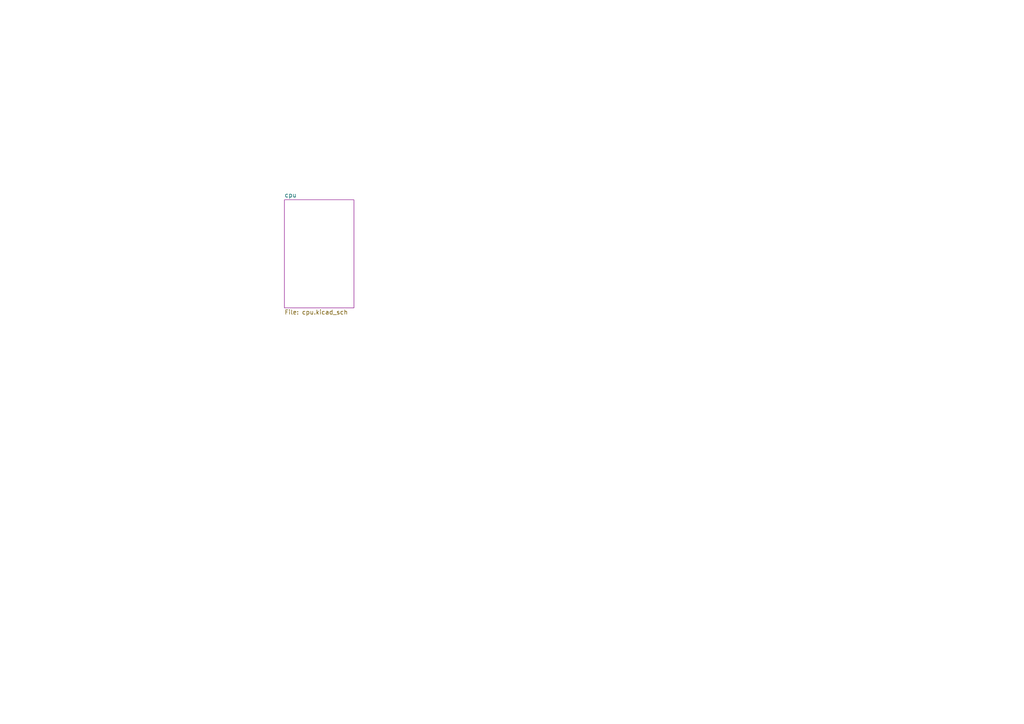
<source format=kicad_sch>
(kicad_sch (version 20210406) (generator eeschema)
  (paper "A4")
  (lib_symbols)
  (sheet (at 82.4992 57.9628) (size 20.1676 31.3436) (stroke (width 0.001) (color 132 0 132 1)) (fill (color 255 255 255 0.0000))
    (property "Schaltplanname" "cpu" (at 82.4992 57.3269 0) (effects (justify left bottom)))
    (property "Dateiname Blatt" "cpu.kicad_sch" (at 82.4992 89.8153 0) (effects (justify left top)))
  )
)
</source>
